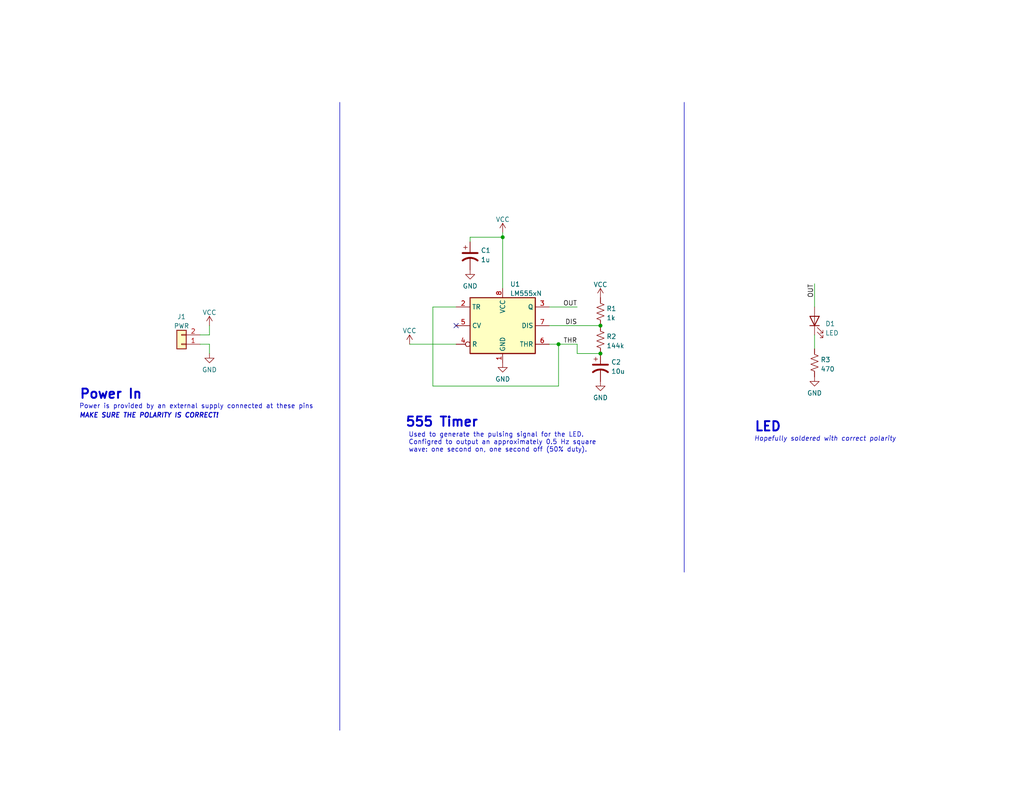
<source format=kicad_sch>
(kicad_sch (version 20230121) (generator eeschema)
  (paper "USLetter")
  (title_block (title "LED Blinker") (date "2022-10-23") (rev "1.1") (company "HPVDT") (comment 1 "Essentially a turning indicator light system") (comment 2 "A 555 timer based circuit for blinking an LED at about 0.5 Hz"))
  (lib_symbols
    (symbol "Connector_Generic:Conn_01x02" (pin_names (offset 1.016) hide)
      (property "Reference" "J" (at 0 2.54 0))
      (property "Value" "Conn_01x02" (at 0 -5.08 0))
      (symbol "Conn_01x02_1_1"
        (rectangle (start -1.27 -2.413) (end 0 -2.667) (stroke (width 0.1524)))
        (rectangle (start -1.27 0.127) (end 0 -0.127) (stroke (width 0.1524)))
        (rectangle (start -1.27 1.27) (end 1.27 -3.81) (stroke (width 0.254)) (fill (type background)))
        (pin passive line (at -5.08 0 0) (length 3.81) (name "Pin_1") (number "1"))
        (pin passive line (at -5.08 -2.54 0) (length 3.81) (name "Pin_2") (number "2"))
      )
    )
    (symbol "Device:C_Polarized_US" (pin_numbers hide) (pin_names (offset 0.254) hide)
      (property "Reference" "C" (at 0.635 2.54 0))
      (property "Value" "C_Polarized_US" (at 0.635 -2.54 0))
      (symbol "C_Polarized_US_0_1"
        (polyline (pts (xy -2.032 0.762) (xy 2.032 0.762)) (stroke (width 0.508)))
        (polyline (pts (xy -1.778 2.286) (xy -0.762 2.286)))
        (polyline (pts (xy -1.27 1.778) (xy -1.27 2.794)))
        (arc (start 2.032 -1.27) (mid 0 -0.5572) (end -2.032 -1.27) (stroke (width 0.508)))
      )
      (symbol "C_Polarized_US_1_1"
        (pin passive line (at 0 3.81 270) (length 2.794) (name "~") (number "1"))
        (pin passive line (at 0 -3.81 90) (length 3.302) (name "~") (number "2"))
      )
    )
    (symbol "Device:LED" (pin_numbers hide) (pin_names (offset 1.016) hide)
      (property "Reference" "D" (at 0 2.54 0))
      (property "Value" "LED" (at 0 -2.54 0))
      (symbol "LED_0_1"
        (polyline (pts (xy -1.27 -1.27) (xy -1.27 1.27)) (stroke (width 0.254)))
        (polyline (pts (xy -1.27 0) (xy 1.27 0)))
        (polyline (pts (xy 1.27 -1.27) (xy 1.27 1.27) (xy -1.27 0) (xy 1.27 -1.27)) (stroke (width 0.254)))
        (polyline (pts (xy -3.048 -0.762) (xy -4.572 -2.286) (xy -3.81 -2.286) (xy -4.572 -2.286) (xy -4.572 -1.524)))
        (polyline (pts (xy -1.778 -0.762) (xy -3.302 -2.286) (xy -2.54 -2.286) (xy -3.302 -2.286) (xy -3.302 -1.524)))
      )
      (symbol "LED_1_1"
        (pin passive line (at -3.81 0 0) (length 2.54) (name "K") (number "1"))
        (pin passive line (at 3.81 0 180) (length 2.54) (name "A") (number "2"))
      )
    )
    (symbol "Device:R_US" (pin_numbers hide) (pin_names (offset 0))
      (property "Reference" "R" (at 2.54 0 90))
      (property "Value" "R_US" (at -2.54 0 90))
      (symbol "R_US_0_1"
        (polyline (pts (xy 0 -2.286) (xy 0 -2.54)))
        (polyline (pts (xy 0 2.286) (xy 0 2.54)))
        (polyline (pts (xy 0 -0.762) (xy 1.016 -1.143) (xy 0 -1.524) (xy -1.016 -1.905) (xy 0 -2.286)))
        (polyline (pts (xy 0 0.762) (xy 1.016 0.381) (xy 0 0) (xy -1.016 -0.381) (xy 0 -0.762)))
        (polyline (pts (xy 0 2.286) (xy 1.016 1.905) (xy 0 1.524) (xy -1.016 1.143) (xy 0 0.762)))
      )
      (symbol "R_US_1_1"
        (pin passive line (at 0 3.81 270) (length 1.27) (name "~") (number "1"))
        (pin passive line (at 0 -3.81 90) (length 1.27) (name "~") (number "2"))
      )
    )
    (symbol "Timer:LM555xN"
      (property "Reference" "U" (at -10.16 8.89 0))
      (property "Value" "LM555xN" (at 2.54 8.89 0))
      (symbol "LM555xN_0_0"
        (pin power_in line (at 0 -10.16 90) (length 2.54) (name "GND") (number "1"))
        (pin power_in line (at 0 10.16 270) (length 2.54) (name "VCC") (number "8"))
      )
      (symbol "LM555xN_0_1"
        (rectangle (start -8.89 -7.62) (end 8.89 7.62) (stroke (width 0.254)) (fill (type background)))
        (rectangle (start -8.89 -7.62) (end 8.89 7.62) (stroke (width 0.254)) (fill (type background)))
      )
      (symbol "LM555xN_1_1"
        (pin input line (at -12.7 5.08 0) (length 3.81) (name "TR") (number "2"))
        (pin output line (at 12.7 5.08 180) (length 3.81) (name "Q") (number "3"))
        (pin input inverted (at -12.7 -5.08 0) (length 3.81) (name "R") (number "4"))
        (pin input line (at -12.7 0 0) (length 3.81) (name "CV") (number "5"))
        (pin input line (at 12.7 -5.08 180) (length 3.81) (name "THR") (number "6"))
        (pin input line (at 12.7 0 180) (length 3.81) (name "DIS") (number "7"))
      )
    )
    (symbol "power:GND" (power) (pin_names (offset 0))
      (property "Value" "GND" (at 0 -3.81 0))
      (symbol "GND_0_1"
        (polyline (pts (xy 0 0) (xy 0 -1.27) (xy 1.27 -1.27) (xy 0 -2.54) (xy -1.27 -1.27) (xy 0 -1.27)))
      )
      (symbol "GND_1_1"
        (pin power_in line (at 0 0 270) (length 0) hide (name "GND") (number "1"))
      )
    )
    (symbol "power:VCC" (power) (pin_names (offset 0))
      (property "Value" "VCC" (at 0 3.81 0))
      (symbol "VCC_0_1"
        (polyline (pts (xy -0.762 1.27) (xy 0 2.54)))
        (polyline (pts (xy 0 0) (xy 0 2.54)))
        (polyline (pts (xy 0 2.54) (xy 0.762 1.27)))
      )
      (symbol "VCC_1_1"
        (pin power_in line (at 0 0 90) (length 0) hide (name "VCC") (number "1"))
      )
    )
  )
  (junction (at 163.83 88.9))
  (junction (at 152.4 93.98))
  (junction (at 163.83 96.52))
  (junction (at 137.16 64.77))
  (no_connect (at 124.46 88.9))
  (wire (pts (xy 118.11 83.82) (xy 118.11 105.41)))
  (wire (pts (xy 137.16 64.77) (xy 137.16 63.5)))
  (wire (pts (xy 152.4 93.98) (xy 157.48 93.98)))
  (wire (pts (xy 128.27 64.77) (xy 137.16 64.77)))
  (wire (pts (xy 157.48 96.52) (xy 163.83 96.52)))
  (wire (pts (xy 111.76 93.98) (xy 124.46 93.98)))
  (polyline (pts (xy 92.71 27.94) (xy 92.71 199.39)))
  (wire (pts (xy 57.15 91.44) (xy 54.61 91.44)))
  (polyline (pts (xy 186.69 27.94) (xy 186.69 156.21)))
  (wire (pts (xy 222.25 91.44) (xy 222.25 95.25)))
  (wire (pts (xy 124.46 83.82) (xy 118.11 83.82)))
  (wire (pts (xy 149.86 83.82) (xy 157.48 83.82)))
  (wire (pts (xy 57.15 93.98) (xy 57.15 96.52)))
  (wire (pts (xy 149.86 88.9) (xy 163.83 88.9)))
  (wire (pts (xy 128.27 66.04) (xy 128.27 64.77)))
  (wire (pts (xy 137.16 64.77) (xy 137.16 78.74)))
  (wire (pts (xy 149.86 93.98) (xy 152.4 93.98)))
  (wire (pts (xy 222.25 77.47) (xy 222.25 83.82)))
  (wire (pts (xy 57.15 88.9) (xy 57.15 91.44)))
  (wire (pts (xy 54.61 93.98) (xy 57.15 93.98)))
  (wire (pts (xy 118.11 105.41) (xy 152.4 105.41)))
  (wire (pts (xy 152.4 105.41) (xy 152.4 93.98)))
  (wire (pts (xy 157.48 93.98) (xy 157.48 96.52)))
  (text_box "Used to generate the pulsing signal for the LED. Configred to output an approximately 0.5 Hz square wave: one second on, one second off (50% duty)." (at 110.49 116.84 0) (size 54.61 10.16) (stroke (width -0.0001)) (effects (font (size 1.27 1.27)) (justify left top)))
  (text "Power In" (at 21.59 109.22 0) (effects (font (size 2.54 2.54) (thickness 0.508) bold) (justify left bottom)))
  (text "LED" (at 205.74 118.11 0) (effects (font (size 2.54 2.54) (thickness 0.508) bold) (justify left bottom)))
  (text "Hopefully soldered with correct polarity" (at 205.74 120.65 0) (effects (font (size 1.27 1.27) italic) (justify left bottom)))
  (text "MAKE SURE THE POLARITY IS CORRECT!" (at 21.59 114.3 0) (effects (font (size 1.27 1.27) (thickness 0.254) bold italic) (justify left bottom)))
  (text "Power is provided by an external supply connected at these pins" (at 21.59 111.76 0) (effects (font (size 1.27 1.27)) (justify left bottom)))
  (text "555 Timer" (at 110.49 116.84 0) (effects (font (size 2.54 2.54) (thickness 0.508) bold) (justify left bottom)))
  (label "OUT" (at 157.48 83.82 180))
  (label "OUT" (at 222.25 77.47 270))
  (label "THR" (at 157.48 93.98 180))
  (label "DIS" (at 157.48 88.9 180))
  (symbol (lib_id "Timer:LM555xN") (at 137.16 88.9 0) (unit 1)
    (property "Reference" "U1" (at 139.1794 77.5802 0) (effects (justify left)))
    (property "Value" "LM555xN" (at 139.1794 80.1171 0) (effects (justify left)))
    (property "Footprint" "Package_DIP:DIP-8_W7.62mm" (effects hide))
    (property "Datasheet" "http://www.ti.com/lit/ds/symlink/lm555.pdf" (effects hide))
  )
  (symbol (lib_id "Device:R_US") (at 163.83 85.09 0) (unit 1)
    (property "Reference" "R1" (at 165.481 84.2553 0) (effects (justify left)))
    (property "Value" "1k" (at 165.481 86.7922 0) (effects (justify left)))
    (property "Footprint" "Resistor_THT:R_Axial_DIN0207_L6.3mm_D2.5mm_P10.16mm_Horizontal" (effects hide))
  )
  (symbol (lib_id "Device:C_Polarized_US") (at 163.83 100.33 0) (unit 1)
    (property "Reference" "C2" (at 166.751 98.8603 0) (effects (justify left)))
    (property "Value" "10u" (at 166.751 101.3972 0) (effects (justify left)))
    (property "Footprint" "Capacitor_THT:CP_Radial_D4.0mm_P2.00mm" (effects hide))
  )
  (symbol (lib_id "Device:LED") (at 222.25 87.63 90) (unit 1)
    (property "Reference" "D1" (at 225.171 88.3828 90) (effects (justify right)))
    (property "Value" "LED" (at 225.171 90.9197 90) (effects (justify right)))
    (property "Footprint" "LED_THT:LED_D4.0mm" (effects hide))
  )
  (symbol (lib_id "power:GND") (at 222.25 102.87 0) (unit 1)
    (property "Reference" "#PWR09" (effects hide))
    (property "Value" "GND" (at 222.25 107.3134 0))
  )
  (symbol (lib_id "Device:C_Polarized_US") (at 128.27 69.85 0) (unit 1)
    (property "Reference" "C1" (at 131.191 68.3803 0) (effects (justify left)))
    (property "Value" "1u" (at 131.191 70.9172 0) (effects (justify left)))
    (property "Footprint" "Capacitor_THT:CP_Radial_D4.0mm_P2.00mm" (effects hide))
  )
  (symbol (lib_id "power:VCC") (at 111.76 93.98 0) (unit 1)
    (property "Reference" "#PWR03" (effects hide))
    (property "Value" "VCC" (at 113.665 90.297 0) (effects (justify right)))
  )
  (symbol (lib_id "power:GND") (at 57.15 96.52 0) (unit 1)
    (property "Reference" "#PWR02" (effects hide))
    (property "Value" "GND" (at 57.15 100.9634 0))
  )
  (symbol (lib_id "power:VCC") (at 137.16 63.5 0) (unit 1)
    (property "Reference" "#PWR05" (effects hide))
    (property "Value" "VCC" (at 137.16 59.9242 0))
  )
  (symbol (lib_id "power:GND") (at 128.27 73.66 0) (unit 1)
    (property "Reference" "#PWR04" (effects hide))
    (property "Value" "GND" (at 128.27 78.1034 0))
  )
  (symbol (lib_id "power:VCC") (at 163.83 81.28 0) (unit 1)
    (property "Reference" "#PWR07" (effects hide))
    (property "Value" "VCC" (at 163.83 77.7042 0))
  )
  (symbol (lib_id "power:GND") (at 137.16 99.06 0) (unit 1)
    (property "Reference" "#PWR06" (effects hide))
    (property "Value" "GND" (at 137.16 103.5034 0))
  )
  (symbol (lib_id "Device:R_US") (at 222.25 99.06 0) (unit 1)
    (property "Reference" "R3" (at 223.901 98.2253 0) (effects (justify left)))
    (property "Value" "470" (at 223.901 100.7622 0) (effects (justify left)))
    (property "Footprint" "Resistor_THT:R_Axial_DIN0207_L6.3mm_D2.5mm_P10.16mm_Horizontal" (effects hide))
  )
  (symbol (lib_id "Connector_Generic:Conn_01x02") (at 49.53 93.98 180) (unit 1)
    (property "Reference" "J1" (at 49.53 86.4702 0))
    (property "Value" "PWR" (at 49.53 89.0071 0))
    (property "Footprint" "Connector_PinSocket_2.54mm:PinSocket_1x02_P2.54mm_Vertical" (effects hide))
  )
  (symbol (lib_id "power:VCC") (at 57.15 88.9 0) (unit 1)
    (property "Reference" "#PWR01" (effects hide))
    (property "Value" "VCC" (at 57.15 85.3242 0))
  )
  (symbol (lib_id "Device:R_US") (at 163.83 92.71 0) (unit 1)
    (property "Reference" "R2" (at 165.481 91.8753 0) (effects (justify left)))
    (property "Value" "144k" (at 165.481 94.4122 0) (effects (justify left)))
    (property "Footprint" "Resistor_THT:R_Axial_DIN0207_L6.3mm_D2.5mm_P10.16mm_Horizontal" (effects hide))
  )
  (symbol (lib_id "power:GND") (at 163.83 104.14 0) (unit 1)
    (property "Reference" "#PWR08" (effects hide))
    (property "Value" "GND" (at 163.83 108.5834 0))
  )
)
</source>
